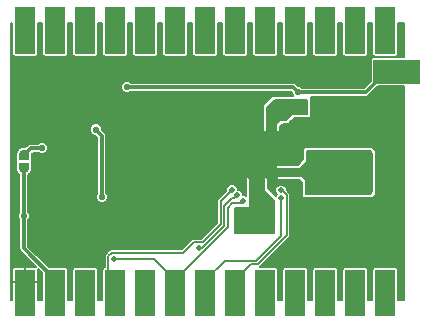
<source format=gbr>
G04 #@! TF.FileFunction,Copper,L2,Bot,Signal*
%FSLAX46Y46*%
G04 Gerber Fmt 4.6, Leading zero omitted, Abs format (unit mm)*
G04 Created by KiCad (PCBNEW (2015-08-16 BZR 6097, Git b384c94)-product) date 05/01/2016 09:58:56*
%MOMM*%
G01*
G04 APERTURE LIST*
%ADD10C,0.100000*%
%ADD11R,2.000000X2.000000*%
%ADD12C,0.900000*%
%ADD13R,0.900000X0.400000*%
%ADD14R,1.727200X2.032000*%
%ADD15C,0.584200*%
%ADD16C,0.508000*%
%ADD17C,0.304800*%
%ADD18C,0.152400*%
G04 APERTURE END LIST*
D10*
D11*
X185420000Y-78740000D03*
X187325000Y-78740000D03*
D12*
X154813000Y-86910000D03*
D13*
X154813000Y-86060000D03*
X154813000Y-86660000D03*
D12*
X154813000Y-85810000D03*
D14*
X185420000Y-98425000D03*
X182880000Y-98425000D03*
X180340000Y-98425000D03*
X177800000Y-98425000D03*
X175260000Y-98425000D03*
X172720000Y-98425000D03*
X170180000Y-98425000D03*
X167640000Y-98425000D03*
X165100000Y-98425000D03*
X162560000Y-98425000D03*
X160020000Y-98425000D03*
X157480000Y-98425000D03*
X154940000Y-98425000D03*
X154940000Y-96520000D03*
X157480000Y-96520000D03*
X160020000Y-96520000D03*
X162560000Y-96520000D03*
X165100000Y-96520000D03*
X167640000Y-96520000D03*
X170180000Y-96520000D03*
X172720000Y-96520000D03*
X175260000Y-96520000D03*
X177800000Y-96520000D03*
X180340000Y-96520000D03*
X182880000Y-96520000D03*
X185420000Y-96520000D03*
X154940000Y-74295000D03*
X157480000Y-74295000D03*
X160020000Y-74295000D03*
X162560000Y-74295000D03*
X165100000Y-74295000D03*
X167640000Y-74295000D03*
X170180000Y-74295000D03*
X172720000Y-74295000D03*
X175260000Y-74295000D03*
X177800000Y-74295000D03*
X180340000Y-74295000D03*
X182880000Y-74295000D03*
X185420000Y-74295000D03*
X185420000Y-76200000D03*
X182880000Y-76200000D03*
X180340000Y-76200000D03*
X177800000Y-76200000D03*
X175260000Y-76200000D03*
X172720000Y-76200000D03*
X170180000Y-76200000D03*
X167640000Y-76200000D03*
X165100000Y-76200000D03*
X162560000Y-76200000D03*
X160020000Y-76200000D03*
X157480000Y-76200000D03*
X154940000Y-76200000D03*
D15*
X179451000Y-93662500D03*
X177165000Y-93789500D03*
X173294000Y-92075000D03*
X173294000Y-90551000D03*
X176088000Y-81915000D03*
X182880000Y-87757000D03*
X182880000Y-86804500D03*
X183705500Y-87757000D03*
X183705500Y-86804500D03*
X156718000Y-90551000D03*
X156718000Y-92519500D03*
X159131000Y-87630000D03*
X156210000Y-87630000D03*
X175133000Y-86614000D03*
X175133000Y-84889000D03*
X173408000Y-84889000D03*
X173408000Y-86614000D03*
D16*
X169671597Y-93653490D03*
X172906888Y-89213888D03*
X176596978Y-89441291D03*
X176588984Y-88780938D03*
D15*
X178054000Y-80454500D03*
X163576000Y-80032860D03*
X160909000Y-83629500D03*
X161417000Y-89344500D03*
X156337000Y-85201200D03*
X154813000Y-90932000D03*
D16*
X162458400Y-94589600D03*
X173373862Y-89680862D03*
X172439914Y-88746914D03*
D17*
X183705500Y-86804500D02*
X183705500Y-87757000D01*
D18*
X169920017Y-93656517D02*
X169916990Y-93653490D01*
X169916990Y-93653490D02*
X169671597Y-93653490D01*
X171780190Y-91796344D02*
X169920017Y-93656517D01*
X172906888Y-89213888D02*
X172652889Y-89467887D01*
X172652889Y-89467887D02*
X172419547Y-89467887D01*
X172419547Y-89467887D02*
X171780190Y-90107244D01*
X171780190Y-90107244D02*
X171780190Y-91796344D01*
X176596978Y-89441291D02*
X176596978Y-92643022D01*
X176596978Y-92643022D02*
X174510690Y-94729310D01*
X174510690Y-94729310D02*
X171818290Y-94729310D01*
X171818290Y-94729310D02*
X170180000Y-96367600D01*
X170180000Y-96367600D02*
X170180000Y-96520000D01*
X177079579Y-92591487D02*
X174636946Y-95034120D01*
X174636946Y-95034120D02*
X174053480Y-95034120D01*
X174053480Y-95034120D02*
X172720000Y-96367600D01*
X172720000Y-96367600D02*
X172720000Y-96520000D01*
X177079579Y-89195579D02*
X176664938Y-88780938D01*
X177079579Y-92591487D02*
X177079579Y-89195579D01*
X176664938Y-88780938D02*
X176588984Y-88780938D01*
D17*
X178054000Y-80454500D02*
X183769000Y-80454500D01*
X183769000Y-80454500D02*
X185420000Y-78803500D01*
X185420000Y-78803500D02*
X185420000Y-78740000D01*
X177632360Y-80032860D02*
X178054000Y-80454500D01*
X163576000Y-80032860D02*
X177632360Y-80032860D01*
X161417000Y-84201000D02*
X160909000Y-83693000D01*
X160909000Y-83693000D02*
X160909000Y-83629500D01*
X161417000Y-89344500D02*
X161417000Y-84201000D01*
X156337000Y-85201200D02*
X155421800Y-85201200D01*
X155421800Y-85201200D02*
X154813000Y-85810000D01*
X154813000Y-93700600D02*
X154813000Y-90932000D01*
X157480000Y-96520000D02*
X157480000Y-96367600D01*
X157480000Y-96367600D02*
X154813000Y-93700600D01*
X154813000Y-86660000D02*
X154813000Y-90932000D01*
D18*
X162458400Y-94589600D02*
X165862000Y-94589600D01*
X165862000Y-94589600D02*
X167640000Y-96367600D01*
X167640000Y-96367600D02*
X167640000Y-96520000D01*
X172085000Y-91922600D02*
X172085000Y-90233500D01*
X167640000Y-96367600D02*
X172085000Y-91922600D01*
X172085000Y-90233500D02*
X172466000Y-89852500D01*
X172466000Y-89852500D02*
X173202224Y-89852500D01*
X173202224Y-89852500D02*
X173373862Y-89680862D01*
X162560000Y-96520000D02*
X162560000Y-96367600D01*
X168300400Y-94081600D02*
X169211111Y-93170889D01*
X169211111Y-93170889D02*
X169974579Y-93170889D01*
X162560000Y-96367600D02*
X161975799Y-95783399D01*
X161975799Y-95783399D02*
X161975799Y-94357951D01*
X161975799Y-94357951D02*
X162252150Y-94081600D01*
X162252150Y-94081600D02*
X168300400Y-94081600D01*
X169974579Y-93170889D02*
X171475380Y-91670088D01*
X171475380Y-91670088D02*
X171475380Y-89711448D01*
X171475380Y-89711448D02*
X172439914Y-88746914D01*
G36*
X153843322Y-77216000D02*
X153859262Y-77300714D01*
X153909328Y-77378518D01*
X153985720Y-77430715D01*
X154076400Y-77449078D01*
X155803600Y-77449078D01*
X155888314Y-77433138D01*
X155966118Y-77383072D01*
X156018315Y-77306680D01*
X156036678Y-77216000D01*
X156036678Y-74625200D01*
X156383322Y-74625200D01*
X156383322Y-77216000D01*
X156399262Y-77300714D01*
X156449328Y-77378518D01*
X156525720Y-77430715D01*
X156616400Y-77449078D01*
X158343600Y-77449078D01*
X158428314Y-77433138D01*
X158506118Y-77383072D01*
X158558315Y-77306680D01*
X158576678Y-77216000D01*
X158576678Y-74625200D01*
X158923322Y-74625200D01*
X158923322Y-77216000D01*
X158939262Y-77300714D01*
X158989328Y-77378518D01*
X159065720Y-77430715D01*
X159156400Y-77449078D01*
X160883600Y-77449078D01*
X160968314Y-77433138D01*
X161046118Y-77383072D01*
X161098315Y-77306680D01*
X161116678Y-77216000D01*
X161116678Y-74625200D01*
X161463322Y-74625200D01*
X161463322Y-77216000D01*
X161479262Y-77300714D01*
X161529328Y-77378518D01*
X161605720Y-77430715D01*
X161696400Y-77449078D01*
X163423600Y-77449078D01*
X163508314Y-77433138D01*
X163586118Y-77383072D01*
X163638315Y-77306680D01*
X163656678Y-77216000D01*
X163656678Y-74625200D01*
X164003322Y-74625200D01*
X164003322Y-77216000D01*
X164019262Y-77300714D01*
X164069328Y-77378518D01*
X164145720Y-77430715D01*
X164236400Y-77449078D01*
X165963600Y-77449078D01*
X166048314Y-77433138D01*
X166126118Y-77383072D01*
X166178315Y-77306680D01*
X166196678Y-77216000D01*
X166196678Y-74625200D01*
X166543322Y-74625200D01*
X166543322Y-77216000D01*
X166559262Y-77300714D01*
X166609328Y-77378518D01*
X166685720Y-77430715D01*
X166776400Y-77449078D01*
X168503600Y-77449078D01*
X168588314Y-77433138D01*
X168666118Y-77383072D01*
X168718315Y-77306680D01*
X168736678Y-77216000D01*
X168736678Y-74625200D01*
X169083322Y-74625200D01*
X169083322Y-77216000D01*
X169099262Y-77300714D01*
X169149328Y-77378518D01*
X169225720Y-77430715D01*
X169316400Y-77449078D01*
X171043600Y-77449078D01*
X171128314Y-77433138D01*
X171206118Y-77383072D01*
X171258315Y-77306680D01*
X171276678Y-77216000D01*
X171276678Y-74625200D01*
X171623322Y-74625200D01*
X171623322Y-77216000D01*
X171639262Y-77300714D01*
X171689328Y-77378518D01*
X171765720Y-77430715D01*
X171856400Y-77449078D01*
X173583600Y-77449078D01*
X173668314Y-77433138D01*
X173746118Y-77383072D01*
X173798315Y-77306680D01*
X173816678Y-77216000D01*
X173816678Y-74625200D01*
X174163322Y-74625200D01*
X174163322Y-77216000D01*
X174179262Y-77300714D01*
X174229328Y-77378518D01*
X174305720Y-77430715D01*
X174396400Y-77449078D01*
X176123600Y-77449078D01*
X176208314Y-77433138D01*
X176286118Y-77383072D01*
X176338315Y-77306680D01*
X176356678Y-77216000D01*
X176356678Y-74625200D01*
X176703322Y-74625200D01*
X176703322Y-77216000D01*
X176719262Y-77300714D01*
X176769328Y-77378518D01*
X176845720Y-77430715D01*
X176936400Y-77449078D01*
X178663600Y-77449078D01*
X178748314Y-77433138D01*
X178826118Y-77383072D01*
X178878315Y-77306680D01*
X178896678Y-77216000D01*
X178896678Y-74625200D01*
X179243322Y-74625200D01*
X179243322Y-77216000D01*
X179259262Y-77300714D01*
X179309328Y-77378518D01*
X179385720Y-77430715D01*
X179476400Y-77449078D01*
X181203600Y-77449078D01*
X181288314Y-77433138D01*
X181366118Y-77383072D01*
X181418315Y-77306680D01*
X181436678Y-77216000D01*
X181436678Y-74625200D01*
X181783322Y-74625200D01*
X181783322Y-77216000D01*
X181799262Y-77300714D01*
X181849328Y-77378518D01*
X181925720Y-77430715D01*
X182016400Y-77449078D01*
X183743600Y-77449078D01*
X183828314Y-77433138D01*
X183906118Y-77383072D01*
X183958315Y-77306680D01*
X183976678Y-77216000D01*
X183976678Y-74625200D01*
X184323322Y-74625200D01*
X184323322Y-77216000D01*
X184339262Y-77300714D01*
X184389328Y-77378518D01*
X184465720Y-77430715D01*
X184556400Y-77449078D01*
X186283600Y-77449078D01*
X186368314Y-77433138D01*
X186446118Y-77383072D01*
X186498315Y-77306680D01*
X186516678Y-77216000D01*
X186516678Y-74625200D01*
X186989433Y-74625200D01*
X186989433Y-77506922D01*
X184420000Y-77506922D01*
X184335286Y-77522862D01*
X184257482Y-77572928D01*
X184205285Y-77649320D01*
X184186922Y-77740000D01*
X184186922Y-79497762D01*
X183611184Y-80073500D01*
X178409403Y-80073500D01*
X178349338Y-80013330D01*
X178158028Y-79933891D01*
X178072132Y-79933816D01*
X177901768Y-79763452D01*
X177778163Y-79680862D01*
X177632360Y-79651860D01*
X163931403Y-79651860D01*
X163871338Y-79591690D01*
X163680028Y-79512251D01*
X163472881Y-79512070D01*
X163281433Y-79591175D01*
X163134830Y-79737522D01*
X163055391Y-79928832D01*
X163055210Y-80135979D01*
X163134315Y-80327427D01*
X163280662Y-80474030D01*
X163471972Y-80553469D01*
X163679119Y-80553650D01*
X163870567Y-80474545D01*
X163931358Y-80413860D01*
X177474544Y-80413860D01*
X177533284Y-80472600D01*
X177533210Y-80557619D01*
X177612315Y-80749067D01*
X177622530Y-80759300D01*
X175895000Y-80759300D01*
X175866327Y-80764901D01*
X175841118Y-80781618D01*
X175079118Y-81543618D01*
X175062803Y-81567854D01*
X175056800Y-81597500D01*
X175056800Y-83756500D01*
X175062011Y-83784195D01*
X175078379Y-83809632D01*
X175103354Y-83826697D01*
X175133000Y-83832700D01*
X175323500Y-83832700D01*
X175351195Y-83827489D01*
X175376632Y-83811121D01*
X175393697Y-83786146D01*
X175399700Y-83756500D01*
X175399700Y-81819564D01*
X176117064Y-81102200D01*
X178803300Y-81102200D01*
X178803300Y-82283300D01*
X177546000Y-82283300D01*
X177517327Y-82288901D01*
X177492118Y-82305618D01*
X177006436Y-82791300D01*
X176530000Y-82791300D01*
X176501327Y-82796901D01*
X176476118Y-82813618D01*
X176158618Y-83131118D01*
X176142303Y-83155354D01*
X176136300Y-83185000D01*
X176136300Y-83756500D01*
X176141511Y-83784195D01*
X176157879Y-83809632D01*
X176182854Y-83826697D01*
X176212500Y-83832700D01*
X176403000Y-83832700D01*
X176430695Y-83827489D01*
X176456132Y-83811121D01*
X176473197Y-83786146D01*
X176479200Y-83756500D01*
X176479200Y-83407064D01*
X176752064Y-83134200D01*
X177228500Y-83134200D01*
X177257173Y-83128599D01*
X177282382Y-83111882D01*
X177768064Y-82626200D01*
X179070000Y-82626200D01*
X179097695Y-82620989D01*
X179123132Y-82604621D01*
X179140197Y-82579646D01*
X179146200Y-82550000D01*
X179146200Y-80835500D01*
X183769000Y-80835500D01*
X183914803Y-80806498D01*
X184038408Y-80723908D01*
X184789238Y-79973078D01*
X186989433Y-79973078D01*
X186989433Y-98094800D01*
X186516678Y-98094800D01*
X186516678Y-95504000D01*
X186500738Y-95419286D01*
X186450672Y-95341482D01*
X186374280Y-95289285D01*
X186283600Y-95270922D01*
X184556400Y-95270922D01*
X184471686Y-95286862D01*
X184393882Y-95336928D01*
X184341685Y-95413320D01*
X184323322Y-95504000D01*
X184323322Y-98094800D01*
X183976678Y-98094800D01*
X183976678Y-95504000D01*
X183960738Y-95419286D01*
X183910672Y-95341482D01*
X183834280Y-95289285D01*
X183743600Y-95270922D01*
X182016400Y-95270922D01*
X181931686Y-95286862D01*
X181853882Y-95336928D01*
X181801685Y-95413320D01*
X181783322Y-95504000D01*
X181783322Y-98094800D01*
X181436678Y-98094800D01*
X181436678Y-95504000D01*
X181420738Y-95419286D01*
X181370672Y-95341482D01*
X181294280Y-95289285D01*
X181203600Y-95270922D01*
X179476400Y-95270922D01*
X179391686Y-95286862D01*
X179313882Y-95336928D01*
X179261685Y-95413320D01*
X179243322Y-95504000D01*
X179243322Y-98094800D01*
X178896678Y-98094800D01*
X178896678Y-95504000D01*
X178880738Y-95419286D01*
X178830672Y-95341482D01*
X178754280Y-95289285D01*
X178663600Y-95270922D01*
X176936400Y-95270922D01*
X176851686Y-95286862D01*
X176773882Y-95336928D01*
X176721685Y-95413320D01*
X176703322Y-95504000D01*
X176703322Y-98094800D01*
X176356678Y-98094800D01*
X176356678Y-95504000D01*
X176340738Y-95419286D01*
X176290672Y-95341482D01*
X176214280Y-95289285D01*
X176123600Y-95270922D01*
X174820630Y-95270922D01*
X174852472Y-95249646D01*
X177295105Y-92807013D01*
X177361177Y-92708129D01*
X177384379Y-92591487D01*
X177384379Y-89195579D01*
X177361177Y-89078937D01*
X177295105Y-88980053D01*
X177071606Y-88756554D01*
X177071668Y-88685364D01*
X176998351Y-88507924D01*
X176862712Y-88372048D01*
X176685400Y-88298422D01*
X176493410Y-88298254D01*
X176315970Y-88371571D01*
X176180094Y-88507210D01*
X176106468Y-88684522D01*
X176106300Y-88876512D01*
X176179617Y-89053952D01*
X176240651Y-89115092D01*
X176188088Y-89167563D01*
X176156324Y-89244060D01*
X175463200Y-88550936D01*
X175463200Y-87757000D01*
X175457989Y-87729305D01*
X175441621Y-87703868D01*
X175416646Y-87686803D01*
X175387000Y-87680800D01*
X175196500Y-87680800D01*
X175168805Y-87686011D01*
X175143368Y-87702379D01*
X175126303Y-87727354D01*
X175120300Y-87757000D01*
X175120300Y-88773000D01*
X175125901Y-88801673D01*
X175142618Y-88826882D01*
X176009300Y-89693564D01*
X176009300Y-92379800D01*
X172732700Y-92379800D01*
X172732700Y-90246200D01*
X173863000Y-90246200D01*
X173890695Y-90240989D01*
X173916132Y-90224621D01*
X173933197Y-90199646D01*
X173939200Y-90170000D01*
X173939200Y-87757000D01*
X173933989Y-87729305D01*
X173917621Y-87703868D01*
X173892646Y-87686803D01*
X173863000Y-87680800D01*
X173672500Y-87680800D01*
X173644805Y-87686011D01*
X173619368Y-87702379D01*
X173602303Y-87727354D01*
X173596300Y-87757000D01*
X173596300Y-89250675D01*
X173470278Y-89198346D01*
X173389502Y-89198275D01*
X173389572Y-89118314D01*
X173316255Y-88940874D01*
X173180616Y-88804998D01*
X173003304Y-88731372D01*
X172922528Y-88731301D01*
X172922598Y-88651340D01*
X172849281Y-88473900D01*
X172713642Y-88338024D01*
X172536330Y-88264398D01*
X172344340Y-88264230D01*
X172166900Y-88337547D01*
X172031024Y-88473186D01*
X171957398Y-88650498D01*
X171957268Y-88798508D01*
X171259854Y-89495922D01*
X171193782Y-89594806D01*
X171170580Y-89711448D01*
X171170580Y-91543836D01*
X169848327Y-92866089D01*
X169211111Y-92866089D01*
X169094469Y-92889291D01*
X169006871Y-92947822D01*
X168995585Y-92955363D01*
X168174148Y-93776800D01*
X162252150Y-93776800D01*
X162135508Y-93800002D01*
X162036624Y-93866074D01*
X161760273Y-94142425D01*
X161694201Y-94241309D01*
X161670999Y-94357951D01*
X161670999Y-95275702D01*
X161611686Y-95286862D01*
X161533882Y-95336928D01*
X161481685Y-95413320D01*
X161463322Y-95504000D01*
X161463322Y-98094800D01*
X161116678Y-98094800D01*
X161116678Y-95504000D01*
X161100738Y-95419286D01*
X161050672Y-95341482D01*
X160974280Y-95289285D01*
X160883600Y-95270922D01*
X159156400Y-95270922D01*
X159071686Y-95286862D01*
X158993882Y-95336928D01*
X158941685Y-95413320D01*
X158923322Y-95504000D01*
X158923322Y-98094800D01*
X158576678Y-98094800D01*
X158576678Y-95504000D01*
X158560738Y-95419286D01*
X158510672Y-95341482D01*
X158434280Y-95289285D01*
X158343600Y-95270922D01*
X156922137Y-95270922D01*
X155194000Y-93542784D01*
X155194000Y-91287403D01*
X155254170Y-91227338D01*
X155333609Y-91036028D01*
X155333790Y-90828881D01*
X155254685Y-90637433D01*
X155194000Y-90576642D01*
X155194000Y-87486821D01*
X155196894Y-87485625D01*
X155387954Y-87294898D01*
X155491482Y-87045574D01*
X155491625Y-86881990D01*
X155496078Y-86860000D01*
X155496078Y-86460000D01*
X155480138Y-86375286D01*
X155470809Y-86360788D01*
X155477715Y-86350680D01*
X155496078Y-86260000D01*
X155496078Y-85860000D01*
X155491578Y-85836083D01*
X155491718Y-85675610D01*
X155490106Y-85671710D01*
X155579616Y-85582200D01*
X155981597Y-85582200D01*
X156041662Y-85642370D01*
X156232972Y-85721809D01*
X156440119Y-85721990D01*
X156631567Y-85642885D01*
X156778170Y-85496538D01*
X156857609Y-85305228D01*
X156857790Y-85098081D01*
X156778685Y-84906633D01*
X156632338Y-84760030D01*
X156441028Y-84680591D01*
X156233881Y-84680410D01*
X156042433Y-84759515D01*
X155981642Y-84820200D01*
X155421800Y-84820200D01*
X155275997Y-84849202D01*
X155152392Y-84931792D01*
X154951465Y-85132719D01*
X154948574Y-85131518D01*
X154678610Y-85131282D01*
X154429106Y-85234375D01*
X154238046Y-85425102D01*
X154134518Y-85674426D01*
X154134375Y-85838010D01*
X154129922Y-85860000D01*
X154129922Y-86260000D01*
X154145862Y-86344714D01*
X154155191Y-86359212D01*
X154148285Y-86369320D01*
X154129922Y-86460000D01*
X154129922Y-86860000D01*
X154134422Y-86883917D01*
X154134282Y-87044390D01*
X154237375Y-87293894D01*
X154428102Y-87484954D01*
X154432000Y-87486573D01*
X154432000Y-90576597D01*
X154371830Y-90636662D01*
X154292391Y-90827972D01*
X154292210Y-91035119D01*
X154371315Y-91226567D01*
X154432000Y-91287358D01*
X154432000Y-93700600D01*
X154461002Y-93846403D01*
X154543592Y-93970008D01*
X155848984Y-95275400D01*
X155009850Y-95275400D01*
X154952700Y-95332550D01*
X154952700Y-96507300D01*
X155975050Y-96507300D01*
X156032200Y-96450150D01*
X156032200Y-95458615D01*
X156383322Y-95809737D01*
X156383322Y-98094800D01*
X156032200Y-98094800D01*
X156032200Y-96589850D01*
X155975050Y-96532700D01*
X154952700Y-96532700D01*
X154952700Y-98094800D01*
X154927300Y-98094800D01*
X154927300Y-96532700D01*
X153904950Y-96532700D01*
X153847800Y-96589850D01*
X153847800Y-98094800D01*
X153746200Y-98094800D01*
X153746200Y-95458529D01*
X153847800Y-95458529D01*
X153847800Y-96450150D01*
X153904950Y-96507300D01*
X154927300Y-96507300D01*
X154927300Y-95332550D01*
X154870150Y-95275400D01*
X154030928Y-95275400D01*
X153946908Y-95310203D01*
X153882602Y-95374509D01*
X153847800Y-95458529D01*
X153746200Y-95458529D01*
X153746200Y-83732619D01*
X160388210Y-83732619D01*
X160467315Y-83924067D01*
X160613662Y-84070670D01*
X160804972Y-84150109D01*
X160827313Y-84150129D01*
X161036000Y-84358815D01*
X161036000Y-88989097D01*
X160975830Y-89049162D01*
X160896391Y-89240472D01*
X160896210Y-89447619D01*
X160975315Y-89639067D01*
X161121662Y-89785670D01*
X161312972Y-89865109D01*
X161520119Y-89865290D01*
X161711567Y-89786185D01*
X161858170Y-89639838D01*
X161937609Y-89448528D01*
X161937790Y-89241381D01*
X161858685Y-89049933D01*
X161798000Y-88989142D01*
X161798000Y-86677500D01*
X176199800Y-86677500D01*
X176199800Y-86868000D01*
X176205011Y-86895695D01*
X176221379Y-86921132D01*
X176246354Y-86938197D01*
X176276000Y-86944200D01*
X178244500Y-86944200D01*
X178273173Y-86938599D01*
X178298382Y-86921882D01*
X178806382Y-86413882D01*
X178822697Y-86389646D01*
X178828700Y-86360000D01*
X178828700Y-85483700D01*
X184118436Y-85483700D01*
X184327800Y-85693064D01*
X184327800Y-88868436D01*
X184118436Y-89077800D01*
X178701700Y-89077800D01*
X178701700Y-87947500D01*
X178696099Y-87918827D01*
X178679382Y-87893618D01*
X178361882Y-87576118D01*
X178337646Y-87559803D01*
X178308000Y-87553800D01*
X176339500Y-87553800D01*
X176311805Y-87559011D01*
X176286368Y-87575379D01*
X176269303Y-87600354D01*
X176263300Y-87630000D01*
X176263300Y-87820500D01*
X176268511Y-87848195D01*
X176284879Y-87873632D01*
X176309854Y-87890697D01*
X176339500Y-87896700D01*
X178085936Y-87896700D01*
X178358800Y-88169564D01*
X178358800Y-89344500D01*
X178364011Y-89372195D01*
X178380379Y-89397632D01*
X178405354Y-89414697D01*
X178435000Y-89420700D01*
X184340500Y-89420700D01*
X184369173Y-89415099D01*
X184394382Y-89398382D01*
X184648382Y-89144382D01*
X184664697Y-89120146D01*
X184670700Y-89090500D01*
X184670700Y-85471000D01*
X184665099Y-85442327D01*
X184648382Y-85417118D01*
X184394382Y-85163118D01*
X184370146Y-85146803D01*
X184340500Y-85140800D01*
X178562000Y-85140800D01*
X178534305Y-85146011D01*
X178508868Y-85162379D01*
X178491803Y-85187354D01*
X178485800Y-85217000D01*
X178485800Y-86137936D01*
X178022436Y-86601300D01*
X176276000Y-86601300D01*
X176248305Y-86606511D01*
X176222868Y-86622879D01*
X176205803Y-86647854D01*
X176199800Y-86677500D01*
X161798000Y-86677500D01*
X161798000Y-84201000D01*
X161768998Y-84055198D01*
X161686408Y-83931592D01*
X161686405Y-83931590D01*
X161429660Y-83674845D01*
X161429790Y-83526381D01*
X161350685Y-83334933D01*
X161204338Y-83188330D01*
X161013028Y-83108891D01*
X160805881Y-83108710D01*
X160614433Y-83187815D01*
X160467830Y-83334162D01*
X160388391Y-83525472D01*
X160388210Y-83732619D01*
X153746200Y-83732619D01*
X153746200Y-74625200D01*
X153843322Y-74625200D01*
X153843322Y-77216000D01*
X153843322Y-77216000D01*
G37*
X153843322Y-77216000D02*
X153859262Y-77300714D01*
X153909328Y-77378518D01*
X153985720Y-77430715D01*
X154076400Y-77449078D01*
X155803600Y-77449078D01*
X155888314Y-77433138D01*
X155966118Y-77383072D01*
X156018315Y-77306680D01*
X156036678Y-77216000D01*
X156036678Y-74625200D01*
X156383322Y-74625200D01*
X156383322Y-77216000D01*
X156399262Y-77300714D01*
X156449328Y-77378518D01*
X156525720Y-77430715D01*
X156616400Y-77449078D01*
X158343600Y-77449078D01*
X158428314Y-77433138D01*
X158506118Y-77383072D01*
X158558315Y-77306680D01*
X158576678Y-77216000D01*
X158576678Y-74625200D01*
X158923322Y-74625200D01*
X158923322Y-77216000D01*
X158939262Y-77300714D01*
X158989328Y-77378518D01*
X159065720Y-77430715D01*
X159156400Y-77449078D01*
X160883600Y-77449078D01*
X160968314Y-77433138D01*
X161046118Y-77383072D01*
X161098315Y-77306680D01*
X161116678Y-77216000D01*
X161116678Y-74625200D01*
X161463322Y-74625200D01*
X161463322Y-77216000D01*
X161479262Y-77300714D01*
X161529328Y-77378518D01*
X161605720Y-77430715D01*
X161696400Y-77449078D01*
X163423600Y-77449078D01*
X163508314Y-77433138D01*
X163586118Y-77383072D01*
X163638315Y-77306680D01*
X163656678Y-77216000D01*
X163656678Y-74625200D01*
X164003322Y-74625200D01*
X164003322Y-77216000D01*
X164019262Y-77300714D01*
X164069328Y-77378518D01*
X164145720Y-77430715D01*
X164236400Y-77449078D01*
X165963600Y-77449078D01*
X166048314Y-77433138D01*
X166126118Y-77383072D01*
X166178315Y-77306680D01*
X166196678Y-77216000D01*
X166196678Y-74625200D01*
X166543322Y-74625200D01*
X166543322Y-77216000D01*
X166559262Y-77300714D01*
X166609328Y-77378518D01*
X166685720Y-77430715D01*
X166776400Y-77449078D01*
X168503600Y-77449078D01*
X168588314Y-77433138D01*
X168666118Y-77383072D01*
X168718315Y-77306680D01*
X168736678Y-77216000D01*
X168736678Y-74625200D01*
X169083322Y-74625200D01*
X169083322Y-77216000D01*
X169099262Y-77300714D01*
X169149328Y-77378518D01*
X169225720Y-77430715D01*
X169316400Y-77449078D01*
X171043600Y-77449078D01*
X171128314Y-77433138D01*
X171206118Y-77383072D01*
X171258315Y-77306680D01*
X171276678Y-77216000D01*
X171276678Y-74625200D01*
X171623322Y-74625200D01*
X171623322Y-77216000D01*
X171639262Y-77300714D01*
X171689328Y-77378518D01*
X171765720Y-77430715D01*
X171856400Y-77449078D01*
X173583600Y-77449078D01*
X173668314Y-77433138D01*
X173746118Y-77383072D01*
X173798315Y-77306680D01*
X173816678Y-77216000D01*
X173816678Y-74625200D01*
X174163322Y-74625200D01*
X174163322Y-77216000D01*
X174179262Y-77300714D01*
X174229328Y-77378518D01*
X174305720Y-77430715D01*
X174396400Y-77449078D01*
X176123600Y-77449078D01*
X176208314Y-77433138D01*
X176286118Y-77383072D01*
X176338315Y-77306680D01*
X176356678Y-77216000D01*
X176356678Y-74625200D01*
X176703322Y-74625200D01*
X176703322Y-77216000D01*
X176719262Y-77300714D01*
X176769328Y-77378518D01*
X176845720Y-77430715D01*
X176936400Y-77449078D01*
X178663600Y-77449078D01*
X178748314Y-77433138D01*
X178826118Y-77383072D01*
X178878315Y-77306680D01*
X178896678Y-77216000D01*
X178896678Y-74625200D01*
X179243322Y-74625200D01*
X179243322Y-77216000D01*
X179259262Y-77300714D01*
X179309328Y-77378518D01*
X179385720Y-77430715D01*
X179476400Y-77449078D01*
X181203600Y-77449078D01*
X181288314Y-77433138D01*
X181366118Y-77383072D01*
X181418315Y-77306680D01*
X181436678Y-77216000D01*
X181436678Y-74625200D01*
X181783322Y-74625200D01*
X181783322Y-77216000D01*
X181799262Y-77300714D01*
X181849328Y-77378518D01*
X181925720Y-77430715D01*
X182016400Y-77449078D01*
X183743600Y-77449078D01*
X183828314Y-77433138D01*
X183906118Y-77383072D01*
X183958315Y-77306680D01*
X183976678Y-77216000D01*
X183976678Y-74625200D01*
X184323322Y-74625200D01*
X184323322Y-77216000D01*
X184339262Y-77300714D01*
X184389328Y-77378518D01*
X184465720Y-77430715D01*
X184556400Y-77449078D01*
X186283600Y-77449078D01*
X186368314Y-77433138D01*
X186446118Y-77383072D01*
X186498315Y-77306680D01*
X186516678Y-77216000D01*
X186516678Y-74625200D01*
X186989433Y-74625200D01*
X186989433Y-77506922D01*
X184420000Y-77506922D01*
X184335286Y-77522862D01*
X184257482Y-77572928D01*
X184205285Y-77649320D01*
X184186922Y-77740000D01*
X184186922Y-79497762D01*
X183611184Y-80073500D01*
X178409403Y-80073500D01*
X178349338Y-80013330D01*
X178158028Y-79933891D01*
X178072132Y-79933816D01*
X177901768Y-79763452D01*
X177778163Y-79680862D01*
X177632360Y-79651860D01*
X163931403Y-79651860D01*
X163871338Y-79591690D01*
X163680028Y-79512251D01*
X163472881Y-79512070D01*
X163281433Y-79591175D01*
X163134830Y-79737522D01*
X163055391Y-79928832D01*
X163055210Y-80135979D01*
X163134315Y-80327427D01*
X163280662Y-80474030D01*
X163471972Y-80553469D01*
X163679119Y-80553650D01*
X163870567Y-80474545D01*
X163931358Y-80413860D01*
X177474544Y-80413860D01*
X177533284Y-80472600D01*
X177533210Y-80557619D01*
X177612315Y-80749067D01*
X177622530Y-80759300D01*
X175895000Y-80759300D01*
X175866327Y-80764901D01*
X175841118Y-80781618D01*
X175079118Y-81543618D01*
X175062803Y-81567854D01*
X175056800Y-81597500D01*
X175056800Y-83756500D01*
X175062011Y-83784195D01*
X175078379Y-83809632D01*
X175103354Y-83826697D01*
X175133000Y-83832700D01*
X175323500Y-83832700D01*
X175351195Y-83827489D01*
X175376632Y-83811121D01*
X175393697Y-83786146D01*
X175399700Y-83756500D01*
X175399700Y-81819564D01*
X176117064Y-81102200D01*
X178803300Y-81102200D01*
X178803300Y-82283300D01*
X177546000Y-82283300D01*
X177517327Y-82288901D01*
X177492118Y-82305618D01*
X177006436Y-82791300D01*
X176530000Y-82791300D01*
X176501327Y-82796901D01*
X176476118Y-82813618D01*
X176158618Y-83131118D01*
X176142303Y-83155354D01*
X176136300Y-83185000D01*
X176136300Y-83756500D01*
X176141511Y-83784195D01*
X176157879Y-83809632D01*
X176182854Y-83826697D01*
X176212500Y-83832700D01*
X176403000Y-83832700D01*
X176430695Y-83827489D01*
X176456132Y-83811121D01*
X176473197Y-83786146D01*
X176479200Y-83756500D01*
X176479200Y-83407064D01*
X176752064Y-83134200D01*
X177228500Y-83134200D01*
X177257173Y-83128599D01*
X177282382Y-83111882D01*
X177768064Y-82626200D01*
X179070000Y-82626200D01*
X179097695Y-82620989D01*
X179123132Y-82604621D01*
X179140197Y-82579646D01*
X179146200Y-82550000D01*
X179146200Y-80835500D01*
X183769000Y-80835500D01*
X183914803Y-80806498D01*
X184038408Y-80723908D01*
X184789238Y-79973078D01*
X186989433Y-79973078D01*
X186989433Y-98094800D01*
X186516678Y-98094800D01*
X186516678Y-95504000D01*
X186500738Y-95419286D01*
X186450672Y-95341482D01*
X186374280Y-95289285D01*
X186283600Y-95270922D01*
X184556400Y-95270922D01*
X184471686Y-95286862D01*
X184393882Y-95336928D01*
X184341685Y-95413320D01*
X184323322Y-95504000D01*
X184323322Y-98094800D01*
X183976678Y-98094800D01*
X183976678Y-95504000D01*
X183960738Y-95419286D01*
X183910672Y-95341482D01*
X183834280Y-95289285D01*
X183743600Y-95270922D01*
X182016400Y-95270922D01*
X181931686Y-95286862D01*
X181853882Y-95336928D01*
X181801685Y-95413320D01*
X181783322Y-95504000D01*
X181783322Y-98094800D01*
X181436678Y-98094800D01*
X181436678Y-95504000D01*
X181420738Y-95419286D01*
X181370672Y-95341482D01*
X181294280Y-95289285D01*
X181203600Y-95270922D01*
X179476400Y-95270922D01*
X179391686Y-95286862D01*
X179313882Y-95336928D01*
X179261685Y-95413320D01*
X179243322Y-95504000D01*
X179243322Y-98094800D01*
X178896678Y-98094800D01*
X178896678Y-95504000D01*
X178880738Y-95419286D01*
X178830672Y-95341482D01*
X178754280Y-95289285D01*
X178663600Y-95270922D01*
X176936400Y-95270922D01*
X176851686Y-95286862D01*
X176773882Y-95336928D01*
X176721685Y-95413320D01*
X176703322Y-95504000D01*
X176703322Y-98094800D01*
X176356678Y-98094800D01*
X176356678Y-95504000D01*
X176340738Y-95419286D01*
X176290672Y-95341482D01*
X176214280Y-95289285D01*
X176123600Y-95270922D01*
X174820630Y-95270922D01*
X174852472Y-95249646D01*
X177295105Y-92807013D01*
X177361177Y-92708129D01*
X177384379Y-92591487D01*
X177384379Y-89195579D01*
X177361177Y-89078937D01*
X177295105Y-88980053D01*
X177071606Y-88756554D01*
X177071668Y-88685364D01*
X176998351Y-88507924D01*
X176862712Y-88372048D01*
X176685400Y-88298422D01*
X176493410Y-88298254D01*
X176315970Y-88371571D01*
X176180094Y-88507210D01*
X176106468Y-88684522D01*
X176106300Y-88876512D01*
X176179617Y-89053952D01*
X176240651Y-89115092D01*
X176188088Y-89167563D01*
X176156324Y-89244060D01*
X175463200Y-88550936D01*
X175463200Y-87757000D01*
X175457989Y-87729305D01*
X175441621Y-87703868D01*
X175416646Y-87686803D01*
X175387000Y-87680800D01*
X175196500Y-87680800D01*
X175168805Y-87686011D01*
X175143368Y-87702379D01*
X175126303Y-87727354D01*
X175120300Y-87757000D01*
X175120300Y-88773000D01*
X175125901Y-88801673D01*
X175142618Y-88826882D01*
X176009300Y-89693564D01*
X176009300Y-92379800D01*
X172732700Y-92379800D01*
X172732700Y-90246200D01*
X173863000Y-90246200D01*
X173890695Y-90240989D01*
X173916132Y-90224621D01*
X173933197Y-90199646D01*
X173939200Y-90170000D01*
X173939200Y-87757000D01*
X173933989Y-87729305D01*
X173917621Y-87703868D01*
X173892646Y-87686803D01*
X173863000Y-87680800D01*
X173672500Y-87680800D01*
X173644805Y-87686011D01*
X173619368Y-87702379D01*
X173602303Y-87727354D01*
X173596300Y-87757000D01*
X173596300Y-89250675D01*
X173470278Y-89198346D01*
X173389502Y-89198275D01*
X173389572Y-89118314D01*
X173316255Y-88940874D01*
X173180616Y-88804998D01*
X173003304Y-88731372D01*
X172922528Y-88731301D01*
X172922598Y-88651340D01*
X172849281Y-88473900D01*
X172713642Y-88338024D01*
X172536330Y-88264398D01*
X172344340Y-88264230D01*
X172166900Y-88337547D01*
X172031024Y-88473186D01*
X171957398Y-88650498D01*
X171957268Y-88798508D01*
X171259854Y-89495922D01*
X171193782Y-89594806D01*
X171170580Y-89711448D01*
X171170580Y-91543836D01*
X169848327Y-92866089D01*
X169211111Y-92866089D01*
X169094469Y-92889291D01*
X169006871Y-92947822D01*
X168995585Y-92955363D01*
X168174148Y-93776800D01*
X162252150Y-93776800D01*
X162135508Y-93800002D01*
X162036624Y-93866074D01*
X161760273Y-94142425D01*
X161694201Y-94241309D01*
X161670999Y-94357951D01*
X161670999Y-95275702D01*
X161611686Y-95286862D01*
X161533882Y-95336928D01*
X161481685Y-95413320D01*
X161463322Y-95504000D01*
X161463322Y-98094800D01*
X161116678Y-98094800D01*
X161116678Y-95504000D01*
X161100738Y-95419286D01*
X161050672Y-95341482D01*
X160974280Y-95289285D01*
X160883600Y-95270922D01*
X159156400Y-95270922D01*
X159071686Y-95286862D01*
X158993882Y-95336928D01*
X158941685Y-95413320D01*
X158923322Y-95504000D01*
X158923322Y-98094800D01*
X158576678Y-98094800D01*
X158576678Y-95504000D01*
X158560738Y-95419286D01*
X158510672Y-95341482D01*
X158434280Y-95289285D01*
X158343600Y-95270922D01*
X156922137Y-95270922D01*
X155194000Y-93542784D01*
X155194000Y-91287403D01*
X155254170Y-91227338D01*
X155333609Y-91036028D01*
X155333790Y-90828881D01*
X155254685Y-90637433D01*
X155194000Y-90576642D01*
X155194000Y-87486821D01*
X155196894Y-87485625D01*
X155387954Y-87294898D01*
X155491482Y-87045574D01*
X155491625Y-86881990D01*
X155496078Y-86860000D01*
X155496078Y-86460000D01*
X155480138Y-86375286D01*
X155470809Y-86360788D01*
X155477715Y-86350680D01*
X155496078Y-86260000D01*
X155496078Y-85860000D01*
X155491578Y-85836083D01*
X155491718Y-85675610D01*
X155490106Y-85671710D01*
X155579616Y-85582200D01*
X155981597Y-85582200D01*
X156041662Y-85642370D01*
X156232972Y-85721809D01*
X156440119Y-85721990D01*
X156631567Y-85642885D01*
X156778170Y-85496538D01*
X156857609Y-85305228D01*
X156857790Y-85098081D01*
X156778685Y-84906633D01*
X156632338Y-84760030D01*
X156441028Y-84680591D01*
X156233881Y-84680410D01*
X156042433Y-84759515D01*
X155981642Y-84820200D01*
X155421800Y-84820200D01*
X155275997Y-84849202D01*
X155152392Y-84931792D01*
X154951465Y-85132719D01*
X154948574Y-85131518D01*
X154678610Y-85131282D01*
X154429106Y-85234375D01*
X154238046Y-85425102D01*
X154134518Y-85674426D01*
X154134375Y-85838010D01*
X154129922Y-85860000D01*
X154129922Y-86260000D01*
X154145862Y-86344714D01*
X154155191Y-86359212D01*
X154148285Y-86369320D01*
X154129922Y-86460000D01*
X154129922Y-86860000D01*
X154134422Y-86883917D01*
X154134282Y-87044390D01*
X154237375Y-87293894D01*
X154428102Y-87484954D01*
X154432000Y-87486573D01*
X154432000Y-90576597D01*
X154371830Y-90636662D01*
X154292391Y-90827972D01*
X154292210Y-91035119D01*
X154371315Y-91226567D01*
X154432000Y-91287358D01*
X154432000Y-93700600D01*
X154461002Y-93846403D01*
X154543592Y-93970008D01*
X155848984Y-95275400D01*
X155009850Y-95275400D01*
X154952700Y-95332550D01*
X154952700Y-96507300D01*
X155975050Y-96507300D01*
X156032200Y-96450150D01*
X156032200Y-95458615D01*
X156383322Y-95809737D01*
X156383322Y-98094800D01*
X156032200Y-98094800D01*
X156032200Y-96589850D01*
X155975050Y-96532700D01*
X154952700Y-96532700D01*
X154952700Y-98094800D01*
X154927300Y-98094800D01*
X154927300Y-96532700D01*
X153904950Y-96532700D01*
X153847800Y-96589850D01*
X153847800Y-98094800D01*
X153746200Y-98094800D01*
X153746200Y-95458529D01*
X153847800Y-95458529D01*
X153847800Y-96450150D01*
X153904950Y-96507300D01*
X154927300Y-96507300D01*
X154927300Y-95332550D01*
X154870150Y-95275400D01*
X154030928Y-95275400D01*
X153946908Y-95310203D01*
X153882602Y-95374509D01*
X153847800Y-95458529D01*
X153746200Y-95458529D01*
X153746200Y-83732619D01*
X160388210Y-83732619D01*
X160467315Y-83924067D01*
X160613662Y-84070670D01*
X160804972Y-84150109D01*
X160827313Y-84150129D01*
X161036000Y-84358815D01*
X161036000Y-88989097D01*
X160975830Y-89049162D01*
X160896391Y-89240472D01*
X160896210Y-89447619D01*
X160975315Y-89639067D01*
X161121662Y-89785670D01*
X161312972Y-89865109D01*
X161520119Y-89865290D01*
X161711567Y-89786185D01*
X161858170Y-89639838D01*
X161937609Y-89448528D01*
X161937790Y-89241381D01*
X161858685Y-89049933D01*
X161798000Y-88989142D01*
X161798000Y-86677500D01*
X176199800Y-86677500D01*
X176199800Y-86868000D01*
X176205011Y-86895695D01*
X176221379Y-86921132D01*
X176246354Y-86938197D01*
X176276000Y-86944200D01*
X178244500Y-86944200D01*
X178273173Y-86938599D01*
X178298382Y-86921882D01*
X178806382Y-86413882D01*
X178822697Y-86389646D01*
X178828700Y-86360000D01*
X178828700Y-85483700D01*
X184118436Y-85483700D01*
X184327800Y-85693064D01*
X184327800Y-88868436D01*
X184118436Y-89077800D01*
X178701700Y-89077800D01*
X178701700Y-87947500D01*
X178696099Y-87918827D01*
X178679382Y-87893618D01*
X178361882Y-87576118D01*
X178337646Y-87559803D01*
X178308000Y-87553800D01*
X176339500Y-87553800D01*
X176311805Y-87559011D01*
X176286368Y-87575379D01*
X176269303Y-87600354D01*
X176263300Y-87630000D01*
X176263300Y-87820500D01*
X176268511Y-87848195D01*
X176284879Y-87873632D01*
X176309854Y-87890697D01*
X176339500Y-87896700D01*
X178085936Y-87896700D01*
X178358800Y-88169564D01*
X178358800Y-89344500D01*
X178364011Y-89372195D01*
X178380379Y-89397632D01*
X178405354Y-89414697D01*
X178435000Y-89420700D01*
X184340500Y-89420700D01*
X184369173Y-89415099D01*
X184394382Y-89398382D01*
X184648382Y-89144382D01*
X184664697Y-89120146D01*
X184670700Y-89090500D01*
X184670700Y-85471000D01*
X184665099Y-85442327D01*
X184648382Y-85417118D01*
X184394382Y-85163118D01*
X184370146Y-85146803D01*
X184340500Y-85140800D01*
X178562000Y-85140800D01*
X178534305Y-85146011D01*
X178508868Y-85162379D01*
X178491803Y-85187354D01*
X178485800Y-85217000D01*
X178485800Y-86137936D01*
X178022436Y-86601300D01*
X176276000Y-86601300D01*
X176248305Y-86606511D01*
X176222868Y-86622879D01*
X176205803Y-86647854D01*
X176199800Y-86677500D01*
X161798000Y-86677500D01*
X161798000Y-84201000D01*
X161768998Y-84055198D01*
X161686408Y-83931592D01*
X161686405Y-83931590D01*
X161429660Y-83674845D01*
X161429790Y-83526381D01*
X161350685Y-83334933D01*
X161204338Y-83188330D01*
X161013028Y-83108891D01*
X160805881Y-83108710D01*
X160614433Y-83187815D01*
X160467830Y-83334162D01*
X160388391Y-83525472D01*
X160388210Y-83732619D01*
X153746200Y-83732619D01*
X153746200Y-74625200D01*
X153843322Y-74625200D01*
X153843322Y-77216000D01*
M02*

</source>
